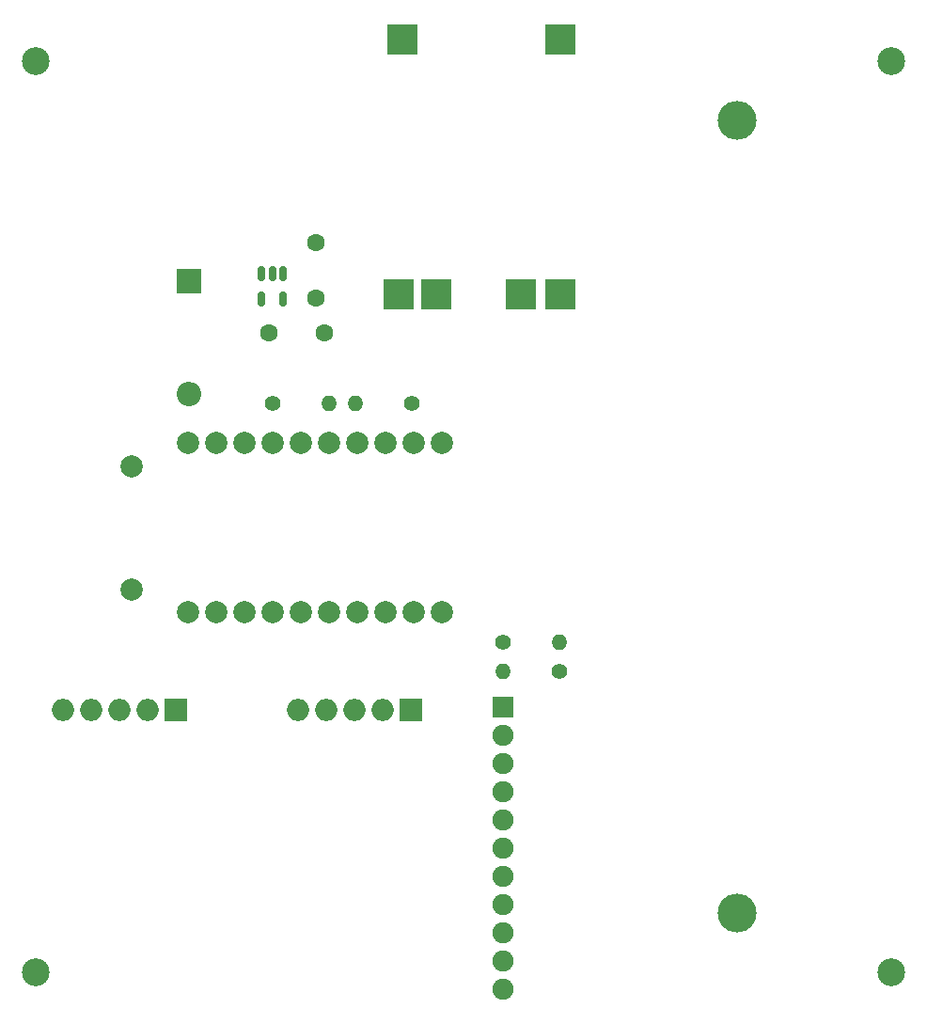
<source format=gts>
%TF.GenerationSoftware,KiCad,Pcbnew,(6.0.9)*%
%TF.CreationDate,2023-01-30T01:20:46+02:00*%
%TF.ProjectId,Schematics,53636865-6d61-4746-9963-732e6b696361,rev?*%
%TF.SameCoordinates,Original*%
%TF.FileFunction,Soldermask,Top*%
%TF.FilePolarity,Negative*%
%FSLAX46Y46*%
G04 Gerber Fmt 4.6, Leading zero omitted, Abs format (unit mm)*
G04 Created by KiCad (PCBNEW (6.0.9)) date 2023-01-30 01:20:46*
%MOMM*%
%LPD*%
G01*
G04 APERTURE LIST*
G04 Aperture macros list*
%AMRoundRect*
0 Rectangle with rounded corners*
0 $1 Rounding radius*
0 $2 $3 $4 $5 $6 $7 $8 $9 X,Y pos of 4 corners*
0 Add a 4 corners polygon primitive as box body*
4,1,4,$2,$3,$4,$5,$6,$7,$8,$9,$2,$3,0*
0 Add four circle primitives for the rounded corners*
1,1,$1+$1,$2,$3*
1,1,$1+$1,$4,$5*
1,1,$1+$1,$6,$7*
1,1,$1+$1,$8,$9*
0 Add four rect primitives between the rounded corners*
20,1,$1+$1,$2,$3,$4,$5,0*
20,1,$1+$1,$4,$5,$6,$7,0*
20,1,$1+$1,$6,$7,$8,$9,0*
20,1,$1+$1,$8,$9,$2,$3,0*%
G04 Aperture macros list end*
%ADD10C,2.500000*%
%ADD11C,1.600000*%
%ADD12RoundRect,0.150000X-0.150000X0.512500X-0.150000X-0.512500X0.150000X-0.512500X0.150000X0.512500X0*%
%ADD13C,1.900000*%
%ADD14R,1.900000X1.900000*%
%ADD15O,2.000000X2.000000*%
%ADD16R,2.000000X2.000000*%
%ADD17O,3.500000X3.500000*%
%ADD18O,1.400000X1.400000*%
%ADD19C,1.400000*%
%ADD20C,2.000000*%
%ADD21R,2.800000X2.800000*%
%ADD22O,2.200000X2.200000*%
%ADD23R,2.200000X2.200000*%
G04 APERTURE END LIST*
D10*
%TO.C,H4*%
X104000000Y-146000000D03*
%TD*%
%TO.C,H1*%
X104000000Y-64000000D03*
%TD*%
D11*
%TO.C,C2*%
X124988000Y-88446000D03*
X129988000Y-88446000D03*
%TD*%
D12*
%TO.C,U4*%
X126238000Y-85383500D03*
X124338000Y-85383500D03*
X124338000Y-83108500D03*
X125288000Y-83108500D03*
X126238000Y-83108500D03*
%TD*%
D13*
%TO.C,U6*%
X146043000Y-147538000D03*
X146043000Y-144998000D03*
X146043000Y-142458000D03*
X146043000Y-139918000D03*
X146043000Y-137378000D03*
X146043000Y-134838000D03*
X146043000Y-132298000D03*
X146043000Y-129758000D03*
X146043000Y-127218000D03*
X146043000Y-124678000D03*
D14*
X146043000Y-122138000D03*
%TD*%
D15*
%TO.C,U2*%
X127590000Y-122435500D03*
X130130000Y-122435500D03*
X132670000Y-122435500D03*
X135210000Y-122435500D03*
D16*
X137750000Y-122435500D03*
%TD*%
D17*
%TO.C,BT1*%
X167148000Y-140696000D03*
X167148000Y-69296000D03*
%TD*%
D10*
%TO.C,H3*%
X181000000Y-146000000D03*
%TD*%
D18*
%TO.C,R2*%
X146048000Y-118946000D03*
D19*
X151128000Y-118946000D03*
%TD*%
D10*
%TO.C,H2*%
X181000000Y-64000000D03*
%TD*%
D18*
%TO.C,R4*%
X132748000Y-94796000D03*
D19*
X137828000Y-94796000D03*
%TD*%
D18*
%TO.C,R3*%
X130428000Y-94796000D03*
D19*
X125348000Y-94796000D03*
%TD*%
D20*
%TO.C,U5*%
X130433000Y-98380000D03*
X135513000Y-113620000D03*
X138053000Y-113620000D03*
X117733000Y-113620000D03*
X120273000Y-113620000D03*
X122813000Y-113620000D03*
X125353000Y-113620000D03*
X127893000Y-113620000D03*
X130433000Y-113620000D03*
X127893000Y-98380000D03*
X125353000Y-98380000D03*
X132973000Y-113620000D03*
X138053000Y-98380000D03*
X135513000Y-98380000D03*
X132973000Y-98380000D03*
X140593000Y-113620000D03*
X140593000Y-98380000D03*
X122813000Y-98380000D03*
X120273000Y-98380000D03*
X112653000Y-100440000D03*
X112653000Y-111560000D03*
X117733000Y-98380000D03*
%TD*%
D15*
%TO.C,U3*%
X106458000Y-122396000D03*
X108998000Y-122396000D03*
X111538000Y-122396000D03*
X114078000Y-122396000D03*
D16*
X116618000Y-122396000D03*
%TD*%
D21*
%TO.C,U1*%
X136688000Y-84946000D03*
X140088000Y-84946000D03*
X147688000Y-84946000D03*
X151188000Y-84946000D03*
X136988000Y-62046000D03*
X151188000Y-62046000D03*
%TD*%
D11*
%TO.C,C1*%
X129188000Y-80346000D03*
X129188000Y-85346000D03*
%TD*%
D18*
%TO.C,R1*%
X151128000Y-116346000D03*
D19*
X146048000Y-116346000D03*
%TD*%
D22*
%TO.C,D1*%
X117788000Y-93926000D03*
D23*
X117788000Y-83766000D03*
%TD*%
M02*

</source>
